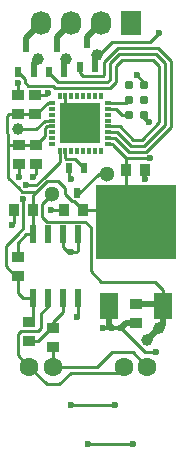
<source format=gtl>
G04 #@! TF.FileFunction,Copper,L1,Top,Signal*
%FSLAX46Y46*%
G04 Gerber Fmt 4.6, Leading zero omitted, Abs format (unit mm)*
G04 Created by KiCad (PCBNEW 4.0.2-4+6225~38~ubuntu15.10.1-stable) date Mon 28 Mar 2016 22:58:05 BST*
%MOMM*%
G01*
G04 APERTURE LIST*
%ADD10C,0.100000*%
%ADD11R,0.600000X1.550000*%
%ADD12C,1.600000*%
%ADD13R,0.950000X1.000000*%
%ADD14R,1.000000X0.950000*%
%ADD15C,0.787000*%
%ADD16R,1.727200X2.032000*%
%ADD17O,1.727200X2.032000*%
%ADD18C,1.300000*%
%ADD19R,6.740000X6.230000*%
%ADD20R,1.524000X2.280000*%
%ADD21R,0.600000X0.300000*%
%ADD22R,0.300000X0.600000*%
%ADD23R,2.000000X2.000000*%
%ADD24R,1.000000X1.000000*%
%ADD25C,0.600000*%
%ADD26R,3.450000X3.450000*%
%ADD27R,0.550000X0.850000*%
%ADD28C,1.000000*%
%ADD29C,0.250000*%
%ADD30C,0.500000*%
%ADD31C,0.300000*%
G04 APERTURE END LIST*
D10*
D11*
X118845000Y-100700000D03*
X120115000Y-100700000D03*
X121385000Y-100700000D03*
X122655000Y-100700000D03*
X122655000Y-95300000D03*
X121385000Y-95300000D03*
X120115000Y-95300000D03*
X118845000Y-95300000D03*
D12*
X118500000Y-106500000D03*
X120500000Y-106500000D03*
D13*
X117200000Y-93250000D03*
X118800000Y-93250000D03*
D14*
X117500000Y-85100000D03*
X117500000Y-83500000D03*
X119000000Y-85100000D03*
X119000000Y-83500000D03*
X119100000Y-87700000D03*
X119100000Y-89300000D03*
D13*
X126700000Y-89800000D03*
X128300000Y-89800000D03*
D14*
X127500000Y-101200000D03*
X127500000Y-102800000D03*
D13*
X123050000Y-93250000D03*
X121450000Y-93250000D03*
D12*
X126500000Y-106500000D03*
X128500000Y-106500000D03*
D15*
X128240000Y-85170000D03*
X126970000Y-85170000D03*
X128240000Y-83900000D03*
X126970000Y-83900000D03*
X128240000Y-82630000D03*
X126970000Y-82630000D03*
D16*
X127100000Y-77400000D03*
D17*
X124560000Y-77400000D03*
X122020000Y-77400000D03*
X119480000Y-77400000D03*
D14*
X117500000Y-97200000D03*
X117500000Y-98800000D03*
D18*
X120400768Y-91855050D03*
X125099232Y-90144950D03*
D19*
X127500000Y-94250000D03*
D20*
X125220000Y-101395000D03*
X129780000Y-101395000D03*
D21*
X120450000Y-84150000D03*
X120450000Y-84650000D03*
X120450000Y-85150000D03*
X120450000Y-85650000D03*
X120450000Y-86150000D03*
X120450000Y-86650000D03*
X120450000Y-87150000D03*
X120450000Y-87650000D03*
D22*
X121050000Y-88250000D03*
X121550000Y-88250000D03*
X122050000Y-88250000D03*
X122550000Y-88250000D03*
X123050000Y-88250000D03*
X123550000Y-88250000D03*
X124050000Y-88250000D03*
X124550000Y-88250000D03*
D21*
X125150000Y-87650000D03*
X125150000Y-87150000D03*
X125150000Y-86650000D03*
X125150000Y-86150000D03*
X125150000Y-85650000D03*
X125150000Y-85150000D03*
X125150000Y-84650000D03*
X125150000Y-84150000D03*
D22*
X124550000Y-83550000D03*
X124050000Y-83550000D03*
X123550000Y-83550000D03*
X123050000Y-83550000D03*
X122550000Y-83550000D03*
X122050000Y-83550000D03*
X121550000Y-83550000D03*
X121050000Y-83550000D03*
D23*
X122800000Y-85900000D03*
D24*
X122800000Y-85900000D03*
D25*
X121550000Y-84650000D03*
X121550000Y-87150000D03*
X124050000Y-84650000D03*
X124050000Y-87150000D03*
D26*
X122800000Y-85900000D03*
D27*
X122750000Y-81150000D03*
X124050000Y-81150000D03*
X123400000Y-79050000D03*
X120150000Y-81550000D03*
X121450000Y-81550000D03*
X120800000Y-79450000D03*
X117550000Y-81550000D03*
X118850000Y-81550000D03*
X118200000Y-79450000D03*
X123150000Y-89650000D03*
X121850000Y-89650000D03*
X122500000Y-91750000D03*
D14*
X117600000Y-87700000D03*
X117600000Y-89300000D03*
D28*
X117500000Y-86400000D03*
D14*
X120500000Y-103200000D03*
X120500000Y-104800000D03*
X118500000Y-102700000D03*
X118500000Y-104300000D03*
D25*
X122000000Y-109750000D03*
X125750000Y-109750000D03*
X123500000Y-113000000D03*
X127250000Y-113000000D03*
D28*
X124200000Y-80100000D03*
D25*
X129500000Y-78250000D03*
X126250000Y-103250000D03*
X129250000Y-105250000D03*
X125500000Y-103250000D03*
D28*
X121600000Y-80400000D03*
X119200000Y-80400000D03*
D25*
X120100000Y-83300000D03*
X127600000Y-81800000D03*
X128300000Y-90600000D03*
X118800000Y-90400000D03*
X122000000Y-90600000D03*
X117500000Y-82500000D03*
X117600000Y-90400000D03*
X120300000Y-93200000D03*
X117000000Y-94500000D03*
X124750000Y-103250000D03*
X122000000Y-96750000D03*
X122500000Y-102250000D03*
X128700000Y-88800000D03*
X128600000Y-85800000D03*
D28*
X128500000Y-104250000D03*
X129500000Y-103250000D03*
D25*
X118200000Y-91100000D03*
X118000000Y-92300000D03*
D29*
X122000000Y-109750000D02*
X125750000Y-109750000D01*
X123500000Y-113000000D02*
X127250000Y-113000000D01*
X124200000Y-80100000D02*
X124400000Y-80100000D01*
D30*
X124050000Y-80250000D02*
X124200000Y-80100000D01*
X124050000Y-81150000D02*
X124050000Y-80250000D01*
D29*
X128750000Y-79000000D02*
X129500000Y-78250000D01*
X125500000Y-79000000D02*
X128750000Y-79000000D01*
X124400000Y-80100000D02*
X125500000Y-79000000D01*
X126250000Y-103250000D02*
X128250000Y-105250000D01*
X128250000Y-105250000D02*
X129250000Y-105250000D01*
X121550000Y-83550000D02*
X121550000Y-84650000D01*
D30*
X127500000Y-102800000D02*
X126700000Y-102800000D01*
D31*
X126250000Y-103250000D02*
X125500000Y-103250000D01*
D30*
X126700000Y-102800000D02*
X126250000Y-103250000D01*
X121450000Y-81550000D02*
X121450000Y-80550000D01*
X121450000Y-80550000D02*
X121600000Y-80400000D01*
X118850000Y-81550000D02*
X118850000Y-80750000D01*
X118850000Y-80750000D02*
X119200000Y-80400000D01*
D29*
X119000000Y-83500000D02*
X119900000Y-83500000D01*
X119900000Y-83500000D02*
X120100000Y-83300000D01*
X128240000Y-82630000D02*
X128240000Y-82440000D01*
X128240000Y-82440000D02*
X127600000Y-81800000D01*
X128300000Y-89800000D02*
X128300000Y-90600000D01*
X119100000Y-89300000D02*
X119100000Y-90100000D01*
X119100000Y-90100000D02*
X118800000Y-90400000D01*
X121850000Y-89650000D02*
X121850000Y-90450000D01*
X121850000Y-90450000D02*
X122000000Y-90600000D01*
X117500000Y-83500000D02*
X117500000Y-82500000D01*
X117600000Y-89300000D02*
X117600000Y-90400000D01*
X121450000Y-93250000D02*
X120350000Y-93250000D01*
X120350000Y-93250000D02*
X120300000Y-93200000D01*
X117200000Y-93250000D02*
X117200000Y-94300000D01*
X117200000Y-94300000D02*
X117000000Y-94500000D01*
X121385000Y-94885000D02*
X121385000Y-95300000D01*
D30*
X125220000Y-101395000D02*
X125220000Y-102970000D01*
X125220000Y-102970000D02*
X125500000Y-103250000D01*
D31*
X124750000Y-103250000D02*
X125500000Y-103250000D01*
D29*
X122655000Y-95300000D02*
X122655000Y-96595000D01*
X121385000Y-96385000D02*
X121750000Y-96750000D01*
X121750000Y-96750000D02*
X122000000Y-96750000D01*
X121385000Y-96385000D02*
X121385000Y-95300000D01*
X122500000Y-96750000D02*
X122000000Y-96750000D01*
X122655000Y-96595000D02*
X122500000Y-96750000D01*
X122655000Y-100700000D02*
X122655000Y-102095000D01*
X122655000Y-102095000D02*
X122500000Y-102250000D01*
X126700000Y-88800000D02*
X128700000Y-88800000D01*
D31*
X128600000Y-85800000D02*
X128240000Y-85440000D01*
X128240000Y-85440000D02*
X128240000Y-85170000D01*
D29*
X125600000Y-87700000D02*
X125550000Y-87650000D01*
X126700000Y-88800000D02*
X125600000Y-87700000D01*
X125550000Y-87650000D02*
X125150000Y-87650000D01*
X126700000Y-89800000D02*
X126700000Y-93450000D01*
X126700000Y-93450000D02*
X127500000Y-94250000D01*
X126700000Y-88800000D02*
X126700000Y-89800000D01*
D31*
X126700000Y-93450000D02*
X127500000Y-94250000D01*
D30*
X126800000Y-93550000D02*
X127500000Y-94250000D01*
D29*
X119100000Y-91700000D02*
X118500000Y-91700000D01*
X117900000Y-91700000D02*
X118500000Y-91700000D01*
X116700000Y-90500000D02*
X116700000Y-87700000D01*
X117600000Y-91400000D02*
X116700000Y-90500000D01*
X117600000Y-91400000D02*
X117900000Y-91700000D01*
X116700000Y-87700000D02*
X117600000Y-87700000D01*
X116800000Y-85100000D02*
X117500000Y-85100000D01*
X116700000Y-87700000D02*
X116700000Y-86800000D01*
X116700000Y-86800000D02*
X116600000Y-86700000D01*
X116600000Y-86700000D02*
X116600000Y-85300000D01*
X116600000Y-85300000D02*
X116800000Y-85100000D01*
X123050000Y-93250000D02*
X122300000Y-92500000D01*
X122300000Y-92500000D02*
X122100000Y-92500000D01*
X122100000Y-92500000D02*
X121500000Y-91900000D01*
X121500000Y-91900000D02*
X121500000Y-91400000D01*
X121500000Y-91400000D02*
X120900000Y-90800000D01*
X120900000Y-90800000D02*
X120000000Y-90800000D01*
X119400000Y-91400000D02*
X119100000Y-91700000D01*
X119100000Y-91700000D02*
X118800000Y-92000000D01*
X120000000Y-90800000D02*
X119400000Y-91400000D01*
X118800000Y-92000000D02*
X118800000Y-93250000D01*
X119100000Y-87700000D02*
X117600000Y-87700000D01*
X119000000Y-85100000D02*
X117500000Y-85100000D01*
X120450000Y-84150000D02*
X120050000Y-84150000D01*
X120050000Y-84150000D02*
X119100000Y-85100000D01*
X119100000Y-85100000D02*
X119000000Y-85100000D01*
X120450000Y-86150000D02*
X119950000Y-86150000D01*
X119800000Y-87000000D02*
X119100000Y-87700000D01*
X119800000Y-86300000D02*
X119800000Y-87000000D01*
X119950000Y-86150000D02*
X119800000Y-86300000D01*
X123050000Y-93250000D02*
X126500000Y-93250000D01*
X126500000Y-93250000D02*
X127500000Y-94250000D01*
X118800000Y-93250000D02*
X118845000Y-93295000D01*
X118845000Y-93295000D02*
X118845000Y-95300000D01*
X125200000Y-91950000D02*
X127500000Y-94250000D01*
X117500000Y-97200000D02*
X117500000Y-96000000D01*
X118200000Y-95300000D02*
X118845000Y-95300000D01*
X117500000Y-96000000D02*
X118200000Y-95300000D01*
D30*
X127500000Y-94250000D02*
X126250000Y-94250000D01*
X126750000Y-93500000D02*
X127500000Y-94250000D01*
D29*
X118745000Y-95200000D02*
X118845000Y-95300000D01*
D30*
X127500000Y-101200000D02*
X129585000Y-101200000D01*
X129585000Y-101200000D02*
X129780000Y-101395000D01*
X129500000Y-103250000D02*
X128500000Y-104250000D01*
X129780000Y-101395000D02*
X129780000Y-102970000D01*
X129780000Y-102970000D02*
X129500000Y-103250000D01*
D29*
X120400768Y-91855050D02*
X120400768Y-91899232D01*
X120400768Y-91899232D02*
X119600000Y-92700000D01*
X119600000Y-92700000D02*
X119600000Y-93800000D01*
X119600000Y-93800000D02*
X120000000Y-94200000D01*
X120000000Y-94200000D02*
X123200000Y-94200000D01*
X123200000Y-94200000D02*
X123700000Y-94700000D01*
X123700000Y-94700000D02*
X123700000Y-98400000D01*
X123700000Y-98400000D02*
X124600000Y-99300000D01*
X124600000Y-99300000D02*
X129100000Y-99300000D01*
X129100000Y-99300000D02*
X129780000Y-99980000D01*
X129780000Y-99980000D02*
X129780000Y-101395000D01*
D31*
X129225000Y-101950000D02*
X129780000Y-101395000D01*
D29*
X119700000Y-90500000D02*
X121050000Y-89150000D01*
X121050000Y-89150000D02*
X121050000Y-88250000D01*
X118200000Y-91100000D02*
X119100000Y-91100000D01*
X118000000Y-92300000D02*
X118000000Y-92500000D01*
X118000000Y-94750000D02*
X118000000Y-92500000D01*
X117300000Y-98800000D02*
X116500000Y-98000000D01*
X116500000Y-96250000D02*
X117500000Y-95250000D01*
X116500000Y-98000000D02*
X116500000Y-96250000D01*
X117500000Y-95250000D02*
X118000000Y-94750000D01*
X119100000Y-91100000D02*
X119700000Y-90500000D01*
X119700000Y-90500000D02*
X119682844Y-90517156D01*
X117500000Y-98800000D02*
X117300000Y-98800000D01*
X117500000Y-98800000D02*
X117500000Y-100250000D01*
X117950000Y-100700000D02*
X118845000Y-100700000D01*
X117500000Y-100250000D02*
X117950000Y-100700000D01*
X118500000Y-102700000D02*
X118845000Y-102355000D01*
X118845000Y-102355000D02*
X118845000Y-100700000D01*
X118500000Y-106500000D02*
X120000000Y-108000000D01*
X122000000Y-107000000D02*
X126000000Y-107000000D01*
X121000000Y-108000000D02*
X122000000Y-107000000D01*
X120000000Y-108000000D02*
X121000000Y-108000000D01*
X126000000Y-107000000D02*
X126500000Y-106500000D01*
X118500000Y-106500000D02*
X117500000Y-105500000D01*
X119500000Y-102000000D02*
X120115000Y-101385000D01*
X119500000Y-103250000D02*
X119500000Y-102000000D01*
X119250000Y-103500000D02*
X119500000Y-103250000D01*
X117750000Y-103500000D02*
X119250000Y-103500000D01*
X117500000Y-103750000D02*
X117750000Y-103500000D01*
X117500000Y-105500000D02*
X117500000Y-103750000D01*
X120115000Y-101385000D02*
X120115000Y-100700000D01*
X118500000Y-106500000D02*
X118500000Y-106250000D01*
X120500000Y-106500000D02*
X124250000Y-106500000D01*
X127250000Y-105250000D02*
X128500000Y-106500000D01*
X125500000Y-105250000D02*
X127250000Y-105250000D01*
X124250000Y-106500000D02*
X125500000Y-105250000D01*
X120500000Y-104800000D02*
X120500000Y-106500000D01*
X125150000Y-84650000D02*
X125850000Y-84650000D01*
X126370000Y-85170000D02*
X126970000Y-85170000D01*
X125850000Y-84650000D02*
X126370000Y-85170000D01*
X125150000Y-84150000D02*
X126720000Y-84150000D01*
X126720000Y-84150000D02*
X126970000Y-83900000D01*
D30*
X123400000Y-79050000D02*
X123400000Y-78560000D01*
X123400000Y-78560000D02*
X124560000Y-77400000D01*
X120800000Y-79450000D02*
X120800000Y-78620000D01*
X120800000Y-78620000D02*
X122020000Y-77400000D01*
X118200000Y-79450000D02*
X118200000Y-78680000D01*
X118200000Y-78680000D02*
X119480000Y-77400000D01*
D29*
X122500000Y-91800000D02*
X122700000Y-91800000D01*
X122700000Y-91800000D02*
X124355050Y-90144950D01*
X124355050Y-90144950D02*
X125099232Y-90144950D01*
X121550000Y-88250000D02*
X121550000Y-88850000D01*
X122400000Y-88900000D02*
X123150000Y-89650000D01*
X121600000Y-88900000D02*
X122400000Y-88900000D01*
X121550000Y-88850000D02*
X121600000Y-88900000D01*
X124200000Y-81900000D02*
X123000000Y-81900000D01*
X124800000Y-81799998D02*
X124699998Y-81900000D01*
X124699998Y-81900000D02*
X124200000Y-81900000D01*
X126900000Y-79500000D02*
X126000000Y-79500000D01*
X130500000Y-80600000D02*
X129400000Y-79500000D01*
X129400000Y-79500000D02*
X126900000Y-79500000D01*
X125150000Y-87150000D02*
X125750000Y-87150000D01*
X130500000Y-86200000D02*
X130500000Y-82000000D01*
X128400000Y-88300000D02*
X130500000Y-86200000D01*
X126900000Y-88300000D02*
X128400000Y-88300000D01*
X125750000Y-87150000D02*
X126900000Y-88300000D01*
X130500000Y-82000000D02*
X130500000Y-80600000D01*
X124800000Y-80700000D02*
X124800000Y-81500000D01*
X126000000Y-79500000D02*
X124800000Y-80700000D01*
X124800000Y-81500000D02*
X124800000Y-81799998D01*
X122750000Y-81650000D02*
X122750000Y-81150000D01*
X123000000Y-81900000D02*
X122750000Y-81650000D01*
X124300000Y-82400000D02*
X120900000Y-82400000D01*
X125300000Y-82200000D02*
X125100000Y-82400000D01*
X125100000Y-82400000D02*
X124300000Y-82400000D01*
X126600000Y-80000000D02*
X126100000Y-80000000D01*
X130000000Y-80800000D02*
X129200000Y-80000000D01*
X129200000Y-80000000D02*
X126600000Y-80000000D01*
X125150000Y-86650000D02*
X125950000Y-86650000D01*
X130000000Y-86000000D02*
X130000000Y-81300000D01*
X128200000Y-87800000D02*
X130000000Y-86000000D01*
X127100000Y-87800000D02*
X128200000Y-87800000D01*
X125950000Y-86650000D02*
X127100000Y-87800000D01*
X130000000Y-81300000D02*
X130000000Y-80800000D01*
X125300000Y-80800000D02*
X125300000Y-81500000D01*
X126100000Y-80000000D02*
X125300000Y-80800000D01*
X125300000Y-81500000D02*
X125300000Y-82200000D01*
X120900000Y-82400000D02*
X120150000Y-81650000D01*
X120150000Y-81650000D02*
X120150000Y-81550000D01*
X118600000Y-82700000D02*
X118400000Y-82700000D01*
X120700000Y-82900000D02*
X120500000Y-82700000D01*
X120500000Y-82700000D02*
X118600000Y-82700000D01*
X125800000Y-81600000D02*
X125800000Y-82400000D01*
X129500000Y-85800000D02*
X129500000Y-81000000D01*
X126150000Y-86150000D02*
X127300000Y-87300000D01*
X127300000Y-87300000D02*
X128000000Y-87300000D01*
X128000000Y-87300000D02*
X129500000Y-85800000D01*
X125150000Y-86150000D02*
X126150000Y-86150000D01*
X126300000Y-80500000D02*
X125800000Y-81000000D01*
X129000000Y-80500000D02*
X126300000Y-80500000D01*
X129500000Y-81000000D02*
X129000000Y-80500000D01*
X125800000Y-81600000D02*
X125800000Y-81000000D01*
X125300000Y-82900000D02*
X124000000Y-82900000D01*
X125800000Y-82400000D02*
X125300000Y-82900000D01*
X124000000Y-82900000D02*
X120700000Y-82900000D01*
X118100000Y-82100000D02*
X117550000Y-81550000D01*
X118100000Y-82400000D02*
X118100000Y-82100000D01*
X118400000Y-82700000D02*
X118100000Y-82400000D01*
X120450000Y-85650000D02*
X119850000Y-85650000D01*
X119100000Y-86400000D02*
X117500000Y-86400000D01*
X119850000Y-85650000D02*
X119100000Y-86400000D01*
X120500000Y-103200000D02*
X120500000Y-102750000D01*
X120500000Y-102750000D02*
X121385000Y-101865000D01*
X121385000Y-101865000D02*
X121385000Y-100700000D01*
X118500000Y-104300000D02*
X119200000Y-104300000D01*
X119200000Y-104300000D02*
X120300000Y-103200000D01*
X120300000Y-103200000D02*
X120500000Y-103200000D01*
M02*

</source>
